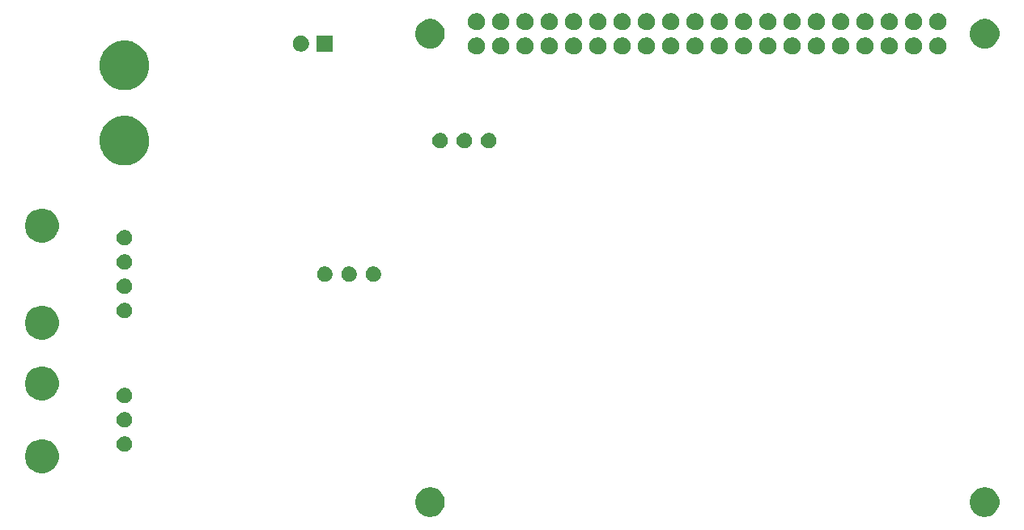
<source format=gbr>
G04 #@! TF.GenerationSoftware,KiCad,Pcbnew,(5.1.4)-1*
G04 #@! TF.CreationDate,2020-11-03T16:52:14-06:00*
G04 #@! TF.ProjectId,RaspberryPiBreakout_Hardware,52617370-6265-4727-9279-506942726561,rev?*
G04 #@! TF.SameCoordinates,Original*
G04 #@! TF.FileFunction,Soldermask,Bot*
G04 #@! TF.FilePolarity,Negative*
%FSLAX46Y46*%
G04 Gerber Fmt 4.6, Leading zero omitted, Abs format (unit mm)*
G04 Created by KiCad (PCBNEW (5.1.4)-1) date 2020-11-03 16:52:14*
%MOMM*%
%LPD*%
G04 APERTURE LIST*
%ADD10C,0.100000*%
G04 APERTURE END LIST*
D10*
G36*
X176622585Y-125202802D02*
G01*
X176772410Y-125232604D01*
X177054674Y-125349521D01*
X177308705Y-125519259D01*
X177524741Y-125735295D01*
X177694479Y-125989326D01*
X177811396Y-126271590D01*
X177871000Y-126571240D01*
X177871000Y-126876760D01*
X177811396Y-127176410D01*
X177694479Y-127458674D01*
X177524741Y-127712705D01*
X177308705Y-127928741D01*
X177054674Y-128098479D01*
X176772410Y-128215396D01*
X176622585Y-128245198D01*
X176472761Y-128275000D01*
X176167239Y-128275000D01*
X176017415Y-128245198D01*
X175867590Y-128215396D01*
X175585326Y-128098479D01*
X175331295Y-127928741D01*
X175115259Y-127712705D01*
X174945521Y-127458674D01*
X174828604Y-127176410D01*
X174769000Y-126876760D01*
X174769000Y-126571240D01*
X174828604Y-126271590D01*
X174945521Y-125989326D01*
X175115259Y-125735295D01*
X175331295Y-125519259D01*
X175585326Y-125349521D01*
X175867590Y-125232604D01*
X176017415Y-125202802D01*
X176167239Y-125173000D01*
X176472761Y-125173000D01*
X176622585Y-125202802D01*
X176622585Y-125202802D01*
G37*
G36*
X118622585Y-125202802D02*
G01*
X118772410Y-125232604D01*
X119054674Y-125349521D01*
X119308705Y-125519259D01*
X119524741Y-125735295D01*
X119694479Y-125989326D01*
X119811396Y-126271590D01*
X119871000Y-126571240D01*
X119871000Y-126876760D01*
X119811396Y-127176410D01*
X119694479Y-127458674D01*
X119524741Y-127712705D01*
X119308705Y-127928741D01*
X119054674Y-128098479D01*
X118772410Y-128215396D01*
X118622585Y-128245198D01*
X118472761Y-128275000D01*
X118167239Y-128275000D01*
X118017415Y-128245198D01*
X117867590Y-128215396D01*
X117585326Y-128098479D01*
X117331295Y-127928741D01*
X117115259Y-127712705D01*
X116945521Y-127458674D01*
X116828604Y-127176410D01*
X116769000Y-126876760D01*
X116769000Y-126571240D01*
X116828604Y-126271590D01*
X116945521Y-125989326D01*
X117115259Y-125735295D01*
X117331295Y-125519259D01*
X117585326Y-125349521D01*
X117867590Y-125232604D01*
X118017415Y-125202802D01*
X118167239Y-125173000D01*
X118472761Y-125173000D01*
X118622585Y-125202802D01*
X118622585Y-125202802D01*
G37*
G36*
X78242039Y-120212250D02*
G01*
X78431372Y-120290675D01*
X78565251Y-120346129D01*
X78856134Y-120540491D01*
X79103509Y-120787866D01*
X79297871Y-121078749D01*
X79297871Y-121078750D01*
X79431750Y-121401961D01*
X79500000Y-121745078D01*
X79500000Y-122094922D01*
X79431750Y-122438039D01*
X79353325Y-122627372D01*
X79297871Y-122761251D01*
X79103509Y-123052134D01*
X78856134Y-123299509D01*
X78565251Y-123493871D01*
X78431372Y-123549325D01*
X78242039Y-123627750D01*
X77898922Y-123696000D01*
X77549078Y-123696000D01*
X77205961Y-123627750D01*
X77016628Y-123549325D01*
X76882749Y-123493871D01*
X76591866Y-123299509D01*
X76344491Y-123052134D01*
X76150129Y-122761251D01*
X76094675Y-122627372D01*
X76016250Y-122438039D01*
X75948000Y-122094922D01*
X75948000Y-121745078D01*
X76016250Y-121401961D01*
X76150129Y-121078750D01*
X76150129Y-121078749D01*
X76344491Y-120787866D01*
X76591866Y-120540491D01*
X76882749Y-120346129D01*
X77016628Y-120290675D01*
X77205961Y-120212250D01*
X77549078Y-120144000D01*
X77898922Y-120144000D01*
X78242039Y-120212250D01*
X78242039Y-120212250D01*
G37*
G36*
X86597142Y-119868242D02*
G01*
X86745101Y-119929529D01*
X86878255Y-120018499D01*
X86991501Y-120131745D01*
X87080471Y-120264899D01*
X87141758Y-120412858D01*
X87173000Y-120569925D01*
X87173000Y-120730075D01*
X87141758Y-120887142D01*
X87080471Y-121035101D01*
X86991501Y-121168255D01*
X86878255Y-121281501D01*
X86745101Y-121370471D01*
X86597142Y-121431758D01*
X86440075Y-121463000D01*
X86279925Y-121463000D01*
X86122858Y-121431758D01*
X85974899Y-121370471D01*
X85841745Y-121281501D01*
X85728499Y-121168255D01*
X85639529Y-121035101D01*
X85578242Y-120887142D01*
X85547000Y-120730075D01*
X85547000Y-120569925D01*
X85578242Y-120412858D01*
X85639529Y-120264899D01*
X85728499Y-120131745D01*
X85841745Y-120018499D01*
X85974899Y-119929529D01*
X86122858Y-119868242D01*
X86279925Y-119837000D01*
X86440075Y-119837000D01*
X86597142Y-119868242D01*
X86597142Y-119868242D01*
G37*
G36*
X86597142Y-117328242D02*
G01*
X86745101Y-117389529D01*
X86878255Y-117478499D01*
X86991501Y-117591745D01*
X87080471Y-117724899D01*
X87141758Y-117872858D01*
X87173000Y-118029925D01*
X87173000Y-118190075D01*
X87141758Y-118347142D01*
X87080471Y-118495101D01*
X86991501Y-118628255D01*
X86878255Y-118741501D01*
X86745101Y-118830471D01*
X86597142Y-118891758D01*
X86440075Y-118923000D01*
X86279925Y-118923000D01*
X86122858Y-118891758D01*
X85974899Y-118830471D01*
X85841745Y-118741501D01*
X85728499Y-118628255D01*
X85639529Y-118495101D01*
X85578242Y-118347142D01*
X85547000Y-118190075D01*
X85547000Y-118029925D01*
X85578242Y-117872858D01*
X85639529Y-117724899D01*
X85728499Y-117591745D01*
X85841745Y-117478499D01*
X85974899Y-117389529D01*
X86122858Y-117328242D01*
X86279925Y-117297000D01*
X86440075Y-117297000D01*
X86597142Y-117328242D01*
X86597142Y-117328242D01*
G37*
G36*
X86597142Y-114788242D02*
G01*
X86745101Y-114849529D01*
X86878255Y-114938499D01*
X86991501Y-115051745D01*
X87080471Y-115184899D01*
X87141758Y-115332858D01*
X87173000Y-115489925D01*
X87173000Y-115650075D01*
X87141758Y-115807142D01*
X87080471Y-115955101D01*
X86991501Y-116088255D01*
X86878255Y-116201501D01*
X86745101Y-116290471D01*
X86597142Y-116351758D01*
X86440075Y-116383000D01*
X86279925Y-116383000D01*
X86122858Y-116351758D01*
X85974899Y-116290471D01*
X85841745Y-116201501D01*
X85728499Y-116088255D01*
X85639529Y-115955101D01*
X85578242Y-115807142D01*
X85547000Y-115650075D01*
X85547000Y-115489925D01*
X85578242Y-115332858D01*
X85639529Y-115184899D01*
X85728499Y-115051745D01*
X85841745Y-114938499D01*
X85974899Y-114849529D01*
X86122858Y-114788242D01*
X86279925Y-114757000D01*
X86440075Y-114757000D01*
X86597142Y-114788242D01*
X86597142Y-114788242D01*
G37*
G36*
X78242039Y-112592250D02*
G01*
X78431372Y-112670675D01*
X78565251Y-112726129D01*
X78856134Y-112920491D01*
X79103509Y-113167866D01*
X79297871Y-113458749D01*
X79297871Y-113458750D01*
X79431750Y-113781961D01*
X79500000Y-114125078D01*
X79500000Y-114474922D01*
X79431750Y-114818039D01*
X79381853Y-114938501D01*
X79297871Y-115141251D01*
X79103509Y-115432134D01*
X78856134Y-115679509D01*
X78565251Y-115873871D01*
X78431372Y-115929325D01*
X78242039Y-116007750D01*
X77898922Y-116076000D01*
X77549078Y-116076000D01*
X77205961Y-116007750D01*
X77016628Y-115929325D01*
X76882749Y-115873871D01*
X76591866Y-115679509D01*
X76344491Y-115432134D01*
X76150129Y-115141251D01*
X76066147Y-114938501D01*
X76016250Y-114818039D01*
X75948000Y-114474922D01*
X75948000Y-114125078D01*
X76016250Y-113781961D01*
X76150129Y-113458750D01*
X76150129Y-113458749D01*
X76344491Y-113167866D01*
X76591866Y-112920491D01*
X76882749Y-112726129D01*
X77016628Y-112670675D01*
X77205961Y-112592250D01*
X77549078Y-112524000D01*
X77898922Y-112524000D01*
X78242039Y-112592250D01*
X78242039Y-112592250D01*
G37*
G36*
X78242039Y-106242250D02*
G01*
X78431372Y-106320675D01*
X78565251Y-106376129D01*
X78856134Y-106570491D01*
X79103509Y-106817866D01*
X79297871Y-107108749D01*
X79297871Y-107108750D01*
X79431750Y-107431961D01*
X79500000Y-107775078D01*
X79500000Y-108124922D01*
X79431750Y-108468039D01*
X79353325Y-108657372D01*
X79297871Y-108791251D01*
X79103509Y-109082134D01*
X78856134Y-109329509D01*
X78565251Y-109523871D01*
X78431372Y-109579325D01*
X78242039Y-109657750D01*
X77898922Y-109726000D01*
X77549078Y-109726000D01*
X77205961Y-109657750D01*
X77016628Y-109579325D01*
X76882749Y-109523871D01*
X76591866Y-109329509D01*
X76344491Y-109082134D01*
X76150129Y-108791251D01*
X76094675Y-108657372D01*
X76016250Y-108468039D01*
X75948000Y-108124922D01*
X75948000Y-107775078D01*
X76016250Y-107431961D01*
X76150129Y-107108750D01*
X76150129Y-107108749D01*
X76344491Y-106817866D01*
X76591866Y-106570491D01*
X76882749Y-106376129D01*
X77016628Y-106320675D01*
X77205961Y-106242250D01*
X77549078Y-106174000D01*
X77898922Y-106174000D01*
X78242039Y-106242250D01*
X78242039Y-106242250D01*
G37*
G36*
X86597142Y-105898242D02*
G01*
X86745101Y-105959529D01*
X86878255Y-106048499D01*
X86991501Y-106161745D01*
X87080471Y-106294899D01*
X87141758Y-106442858D01*
X87173000Y-106599925D01*
X87173000Y-106760075D01*
X87141758Y-106917142D01*
X87080471Y-107065101D01*
X86991501Y-107198255D01*
X86878255Y-107311501D01*
X86745101Y-107400471D01*
X86597142Y-107461758D01*
X86440075Y-107493000D01*
X86279925Y-107493000D01*
X86122858Y-107461758D01*
X85974899Y-107400471D01*
X85841745Y-107311501D01*
X85728499Y-107198255D01*
X85639529Y-107065101D01*
X85578242Y-106917142D01*
X85547000Y-106760075D01*
X85547000Y-106599925D01*
X85578242Y-106442858D01*
X85639529Y-106294899D01*
X85728499Y-106161745D01*
X85841745Y-106048499D01*
X85974899Y-105959529D01*
X86122858Y-105898242D01*
X86279925Y-105867000D01*
X86440075Y-105867000D01*
X86597142Y-105898242D01*
X86597142Y-105898242D01*
G37*
G36*
X86597142Y-103358242D02*
G01*
X86745101Y-103419529D01*
X86878255Y-103508499D01*
X86991501Y-103621745D01*
X87080471Y-103754899D01*
X87141758Y-103902858D01*
X87173000Y-104059925D01*
X87173000Y-104220075D01*
X87141758Y-104377142D01*
X87080471Y-104525101D01*
X86991501Y-104658255D01*
X86878255Y-104771501D01*
X86745101Y-104860471D01*
X86597142Y-104921758D01*
X86440075Y-104953000D01*
X86279925Y-104953000D01*
X86122858Y-104921758D01*
X85974899Y-104860471D01*
X85841745Y-104771501D01*
X85728499Y-104658255D01*
X85639529Y-104525101D01*
X85578242Y-104377142D01*
X85547000Y-104220075D01*
X85547000Y-104059925D01*
X85578242Y-103902858D01*
X85639529Y-103754899D01*
X85728499Y-103621745D01*
X85841745Y-103508499D01*
X85974899Y-103419529D01*
X86122858Y-103358242D01*
X86279925Y-103327000D01*
X86440075Y-103327000D01*
X86597142Y-103358242D01*
X86597142Y-103358242D01*
G37*
G36*
X112632142Y-102088242D02*
G01*
X112780101Y-102149529D01*
X112913255Y-102238499D01*
X113026501Y-102351745D01*
X113115471Y-102484899D01*
X113176758Y-102632858D01*
X113208000Y-102789925D01*
X113208000Y-102950075D01*
X113176758Y-103107142D01*
X113115471Y-103255101D01*
X113026501Y-103388255D01*
X112913255Y-103501501D01*
X112780101Y-103590471D01*
X112632142Y-103651758D01*
X112475075Y-103683000D01*
X112314925Y-103683000D01*
X112157858Y-103651758D01*
X112009899Y-103590471D01*
X111876745Y-103501501D01*
X111763499Y-103388255D01*
X111674529Y-103255101D01*
X111613242Y-103107142D01*
X111582000Y-102950075D01*
X111582000Y-102789925D01*
X111613242Y-102632858D01*
X111674529Y-102484899D01*
X111763499Y-102351745D01*
X111876745Y-102238499D01*
X112009899Y-102149529D01*
X112157858Y-102088242D01*
X112314925Y-102057000D01*
X112475075Y-102057000D01*
X112632142Y-102088242D01*
X112632142Y-102088242D01*
G37*
G36*
X107552142Y-102088242D02*
G01*
X107700101Y-102149529D01*
X107833255Y-102238499D01*
X107946501Y-102351745D01*
X108035471Y-102484899D01*
X108096758Y-102632858D01*
X108128000Y-102789925D01*
X108128000Y-102950075D01*
X108096758Y-103107142D01*
X108035471Y-103255101D01*
X107946501Y-103388255D01*
X107833255Y-103501501D01*
X107700101Y-103590471D01*
X107552142Y-103651758D01*
X107395075Y-103683000D01*
X107234925Y-103683000D01*
X107077858Y-103651758D01*
X106929899Y-103590471D01*
X106796745Y-103501501D01*
X106683499Y-103388255D01*
X106594529Y-103255101D01*
X106533242Y-103107142D01*
X106502000Y-102950075D01*
X106502000Y-102789925D01*
X106533242Y-102632858D01*
X106594529Y-102484899D01*
X106683499Y-102351745D01*
X106796745Y-102238499D01*
X106929899Y-102149529D01*
X107077858Y-102088242D01*
X107234925Y-102057000D01*
X107395075Y-102057000D01*
X107552142Y-102088242D01*
X107552142Y-102088242D01*
G37*
G36*
X110092142Y-102088242D02*
G01*
X110240101Y-102149529D01*
X110373255Y-102238499D01*
X110486501Y-102351745D01*
X110575471Y-102484899D01*
X110636758Y-102632858D01*
X110668000Y-102789925D01*
X110668000Y-102950075D01*
X110636758Y-103107142D01*
X110575471Y-103255101D01*
X110486501Y-103388255D01*
X110373255Y-103501501D01*
X110240101Y-103590471D01*
X110092142Y-103651758D01*
X109935075Y-103683000D01*
X109774925Y-103683000D01*
X109617858Y-103651758D01*
X109469899Y-103590471D01*
X109336745Y-103501501D01*
X109223499Y-103388255D01*
X109134529Y-103255101D01*
X109073242Y-103107142D01*
X109042000Y-102950075D01*
X109042000Y-102789925D01*
X109073242Y-102632858D01*
X109134529Y-102484899D01*
X109223499Y-102351745D01*
X109336745Y-102238499D01*
X109469899Y-102149529D01*
X109617858Y-102088242D01*
X109774925Y-102057000D01*
X109935075Y-102057000D01*
X110092142Y-102088242D01*
X110092142Y-102088242D01*
G37*
G36*
X86597142Y-100818242D02*
G01*
X86745101Y-100879529D01*
X86878255Y-100968499D01*
X86991501Y-101081745D01*
X87080471Y-101214899D01*
X87141758Y-101362858D01*
X87173000Y-101519925D01*
X87173000Y-101680075D01*
X87141758Y-101837142D01*
X87080471Y-101985101D01*
X86991501Y-102118255D01*
X86878255Y-102231501D01*
X86745101Y-102320471D01*
X86597142Y-102381758D01*
X86440075Y-102413000D01*
X86279925Y-102413000D01*
X86122858Y-102381758D01*
X85974899Y-102320471D01*
X85841745Y-102231501D01*
X85728499Y-102118255D01*
X85639529Y-101985101D01*
X85578242Y-101837142D01*
X85547000Y-101680075D01*
X85547000Y-101519925D01*
X85578242Y-101362858D01*
X85639529Y-101214899D01*
X85728499Y-101081745D01*
X85841745Y-100968499D01*
X85974899Y-100879529D01*
X86122858Y-100818242D01*
X86279925Y-100787000D01*
X86440075Y-100787000D01*
X86597142Y-100818242D01*
X86597142Y-100818242D01*
G37*
G36*
X86597142Y-98278242D02*
G01*
X86745101Y-98339529D01*
X86878255Y-98428499D01*
X86991501Y-98541745D01*
X87080471Y-98674899D01*
X87141758Y-98822858D01*
X87173000Y-98979925D01*
X87173000Y-99140075D01*
X87141758Y-99297142D01*
X87080471Y-99445101D01*
X86991501Y-99578255D01*
X86878255Y-99691501D01*
X86745101Y-99780471D01*
X86597142Y-99841758D01*
X86440075Y-99873000D01*
X86279925Y-99873000D01*
X86122858Y-99841758D01*
X85974899Y-99780471D01*
X85841745Y-99691501D01*
X85728499Y-99578255D01*
X85639529Y-99445101D01*
X85578242Y-99297142D01*
X85547000Y-99140075D01*
X85547000Y-98979925D01*
X85578242Y-98822858D01*
X85639529Y-98674899D01*
X85728499Y-98541745D01*
X85841745Y-98428499D01*
X85974899Y-98339529D01*
X86122858Y-98278242D01*
X86279925Y-98247000D01*
X86440075Y-98247000D01*
X86597142Y-98278242D01*
X86597142Y-98278242D01*
G37*
G36*
X78242039Y-96082250D02*
G01*
X78431372Y-96160675D01*
X78565251Y-96216129D01*
X78856134Y-96410491D01*
X79103509Y-96657866D01*
X79297871Y-96948749D01*
X79297871Y-96948750D01*
X79431750Y-97271961D01*
X79500000Y-97615078D01*
X79500000Y-97964922D01*
X79431750Y-98308039D01*
X79381853Y-98428501D01*
X79297871Y-98631251D01*
X79103509Y-98922134D01*
X78856134Y-99169509D01*
X78565251Y-99363871D01*
X78431372Y-99419325D01*
X78242039Y-99497750D01*
X77898922Y-99566000D01*
X77549078Y-99566000D01*
X77205961Y-99497750D01*
X77016628Y-99419325D01*
X76882749Y-99363871D01*
X76591866Y-99169509D01*
X76344491Y-98922134D01*
X76150129Y-98631251D01*
X76066147Y-98428501D01*
X76016250Y-98308039D01*
X75948000Y-97964922D01*
X75948000Y-97615078D01*
X76016250Y-97271961D01*
X76150129Y-96948750D01*
X76150129Y-96948749D01*
X76344491Y-96657866D01*
X76591866Y-96410491D01*
X76882749Y-96216129D01*
X77016628Y-96160675D01*
X77205961Y-96082250D01*
X77549078Y-96014000D01*
X77898922Y-96014000D01*
X78242039Y-96082250D01*
X78242039Y-96082250D01*
G37*
G36*
X86948908Y-86375380D02*
G01*
X87115767Y-86408570D01*
X87587299Y-86603885D01*
X87830029Y-86766073D01*
X88011666Y-86887438D01*
X88372562Y-87248334D01*
X88493927Y-87429971D01*
X88656115Y-87672701D01*
X88851430Y-88144233D01*
X88851430Y-88144234D01*
X88951000Y-88644807D01*
X88951000Y-89155193D01*
X88898674Y-89418255D01*
X88851430Y-89655767D01*
X88656115Y-90127299D01*
X88493927Y-90370029D01*
X88372562Y-90551666D01*
X88011666Y-90912562D01*
X87830029Y-91033927D01*
X87587299Y-91196115D01*
X87115767Y-91391430D01*
X86948908Y-91424620D01*
X86615193Y-91491000D01*
X86104807Y-91491000D01*
X85771092Y-91424620D01*
X85604233Y-91391430D01*
X85132701Y-91196115D01*
X84889971Y-91033927D01*
X84708334Y-90912562D01*
X84347438Y-90551666D01*
X84226073Y-90370029D01*
X84063885Y-90127299D01*
X83868570Y-89655767D01*
X83821326Y-89418255D01*
X83769000Y-89155193D01*
X83769000Y-88644807D01*
X83868570Y-88144234D01*
X83868570Y-88144233D01*
X84063885Y-87672701D01*
X84226073Y-87429971D01*
X84347438Y-87248334D01*
X84708334Y-86887438D01*
X84889971Y-86766073D01*
X85132701Y-86603885D01*
X85604233Y-86408570D01*
X85771092Y-86375380D01*
X86104807Y-86309000D01*
X86615193Y-86309000D01*
X86948908Y-86375380D01*
X86948908Y-86375380D01*
G37*
G36*
X124697142Y-88118242D02*
G01*
X124845101Y-88179529D01*
X124978255Y-88268499D01*
X125091501Y-88381745D01*
X125180471Y-88514899D01*
X125241758Y-88662858D01*
X125273000Y-88819925D01*
X125273000Y-88980075D01*
X125241758Y-89137142D01*
X125180471Y-89285101D01*
X125091501Y-89418255D01*
X124978255Y-89531501D01*
X124845101Y-89620471D01*
X124697142Y-89681758D01*
X124540075Y-89713000D01*
X124379925Y-89713000D01*
X124222858Y-89681758D01*
X124074899Y-89620471D01*
X123941745Y-89531501D01*
X123828499Y-89418255D01*
X123739529Y-89285101D01*
X123678242Y-89137142D01*
X123647000Y-88980075D01*
X123647000Y-88819925D01*
X123678242Y-88662858D01*
X123739529Y-88514899D01*
X123828499Y-88381745D01*
X123941745Y-88268499D01*
X124074899Y-88179529D01*
X124222858Y-88118242D01*
X124379925Y-88087000D01*
X124540075Y-88087000D01*
X124697142Y-88118242D01*
X124697142Y-88118242D01*
G37*
G36*
X122157142Y-88118242D02*
G01*
X122305101Y-88179529D01*
X122438255Y-88268499D01*
X122551501Y-88381745D01*
X122640471Y-88514899D01*
X122701758Y-88662858D01*
X122733000Y-88819925D01*
X122733000Y-88980075D01*
X122701758Y-89137142D01*
X122640471Y-89285101D01*
X122551501Y-89418255D01*
X122438255Y-89531501D01*
X122305101Y-89620471D01*
X122157142Y-89681758D01*
X122000075Y-89713000D01*
X121839925Y-89713000D01*
X121682858Y-89681758D01*
X121534899Y-89620471D01*
X121401745Y-89531501D01*
X121288499Y-89418255D01*
X121199529Y-89285101D01*
X121138242Y-89137142D01*
X121107000Y-88980075D01*
X121107000Y-88819925D01*
X121138242Y-88662858D01*
X121199529Y-88514899D01*
X121288499Y-88381745D01*
X121401745Y-88268499D01*
X121534899Y-88179529D01*
X121682858Y-88118242D01*
X121839925Y-88087000D01*
X122000075Y-88087000D01*
X122157142Y-88118242D01*
X122157142Y-88118242D01*
G37*
G36*
X119617142Y-88118242D02*
G01*
X119765101Y-88179529D01*
X119898255Y-88268499D01*
X120011501Y-88381745D01*
X120100471Y-88514899D01*
X120161758Y-88662858D01*
X120193000Y-88819925D01*
X120193000Y-88980075D01*
X120161758Y-89137142D01*
X120100471Y-89285101D01*
X120011501Y-89418255D01*
X119898255Y-89531501D01*
X119765101Y-89620471D01*
X119617142Y-89681758D01*
X119460075Y-89713000D01*
X119299925Y-89713000D01*
X119142858Y-89681758D01*
X118994899Y-89620471D01*
X118861745Y-89531501D01*
X118748499Y-89418255D01*
X118659529Y-89285101D01*
X118598242Y-89137142D01*
X118567000Y-88980075D01*
X118567000Y-88819925D01*
X118598242Y-88662858D01*
X118659529Y-88514899D01*
X118748499Y-88381745D01*
X118861745Y-88268499D01*
X118994899Y-88179529D01*
X119142858Y-88118242D01*
X119299925Y-88087000D01*
X119460075Y-88087000D01*
X119617142Y-88118242D01*
X119617142Y-88118242D01*
G37*
G36*
X86948908Y-78501380D02*
G01*
X87115767Y-78534570D01*
X87587299Y-78729885D01*
X87830029Y-78892073D01*
X88011666Y-79013438D01*
X88372562Y-79374334D01*
X88493927Y-79555971D01*
X88656115Y-79798701D01*
X88851430Y-80270233D01*
X88951000Y-80770809D01*
X88951000Y-81281191D01*
X88851430Y-81781767D01*
X88656115Y-82253299D01*
X88493927Y-82496029D01*
X88372562Y-82677666D01*
X88011666Y-83038562D01*
X87830029Y-83159927D01*
X87587299Y-83322115D01*
X87115767Y-83517430D01*
X86948908Y-83550620D01*
X86615193Y-83617000D01*
X86104807Y-83617000D01*
X85771092Y-83550620D01*
X85604233Y-83517430D01*
X85132701Y-83322115D01*
X84889971Y-83159927D01*
X84708334Y-83038562D01*
X84347438Y-82677666D01*
X84226073Y-82496029D01*
X84063885Y-82253299D01*
X83868570Y-81781767D01*
X83769000Y-81281191D01*
X83769000Y-80770809D01*
X83868570Y-80270233D01*
X84063885Y-79798701D01*
X84226073Y-79555971D01*
X84347438Y-79374334D01*
X84708334Y-79013438D01*
X84889971Y-78892073D01*
X85132701Y-78729885D01*
X85604233Y-78534570D01*
X85771092Y-78501380D01*
X86104807Y-78435000D01*
X86615193Y-78435000D01*
X86948908Y-78501380D01*
X86948908Y-78501380D01*
G37*
G36*
X171563512Y-78097927D02*
G01*
X171712812Y-78127624D01*
X171876784Y-78195544D01*
X172024354Y-78294147D01*
X172149853Y-78419646D01*
X172248456Y-78567216D01*
X172316376Y-78731188D01*
X172351000Y-78905259D01*
X172351000Y-79082741D01*
X172316376Y-79256812D01*
X172248456Y-79420784D01*
X172149853Y-79568354D01*
X172024354Y-79693853D01*
X171876784Y-79792456D01*
X171712812Y-79860376D01*
X171563512Y-79890073D01*
X171538742Y-79895000D01*
X171361258Y-79895000D01*
X171336488Y-79890073D01*
X171187188Y-79860376D01*
X171023216Y-79792456D01*
X170875646Y-79693853D01*
X170750147Y-79568354D01*
X170651544Y-79420784D01*
X170583624Y-79256812D01*
X170549000Y-79082741D01*
X170549000Y-78905259D01*
X170583624Y-78731188D01*
X170651544Y-78567216D01*
X170750147Y-78419646D01*
X170875646Y-78294147D01*
X171023216Y-78195544D01*
X171187188Y-78127624D01*
X171336488Y-78097927D01*
X171361258Y-78093000D01*
X171538742Y-78093000D01*
X171563512Y-78097927D01*
X171563512Y-78097927D01*
G37*
G36*
X169023512Y-78097927D02*
G01*
X169172812Y-78127624D01*
X169336784Y-78195544D01*
X169484354Y-78294147D01*
X169609853Y-78419646D01*
X169708456Y-78567216D01*
X169776376Y-78731188D01*
X169811000Y-78905259D01*
X169811000Y-79082741D01*
X169776376Y-79256812D01*
X169708456Y-79420784D01*
X169609853Y-79568354D01*
X169484354Y-79693853D01*
X169336784Y-79792456D01*
X169172812Y-79860376D01*
X169023512Y-79890073D01*
X168998742Y-79895000D01*
X168821258Y-79895000D01*
X168796488Y-79890073D01*
X168647188Y-79860376D01*
X168483216Y-79792456D01*
X168335646Y-79693853D01*
X168210147Y-79568354D01*
X168111544Y-79420784D01*
X168043624Y-79256812D01*
X168009000Y-79082741D01*
X168009000Y-78905259D01*
X168043624Y-78731188D01*
X168111544Y-78567216D01*
X168210147Y-78419646D01*
X168335646Y-78294147D01*
X168483216Y-78195544D01*
X168647188Y-78127624D01*
X168796488Y-78097927D01*
X168821258Y-78093000D01*
X168998742Y-78093000D01*
X169023512Y-78097927D01*
X169023512Y-78097927D01*
G37*
G36*
X166483512Y-78097927D02*
G01*
X166632812Y-78127624D01*
X166796784Y-78195544D01*
X166944354Y-78294147D01*
X167069853Y-78419646D01*
X167168456Y-78567216D01*
X167236376Y-78731188D01*
X167271000Y-78905259D01*
X167271000Y-79082741D01*
X167236376Y-79256812D01*
X167168456Y-79420784D01*
X167069853Y-79568354D01*
X166944354Y-79693853D01*
X166796784Y-79792456D01*
X166632812Y-79860376D01*
X166483512Y-79890073D01*
X166458742Y-79895000D01*
X166281258Y-79895000D01*
X166256488Y-79890073D01*
X166107188Y-79860376D01*
X165943216Y-79792456D01*
X165795646Y-79693853D01*
X165670147Y-79568354D01*
X165571544Y-79420784D01*
X165503624Y-79256812D01*
X165469000Y-79082741D01*
X165469000Y-78905259D01*
X165503624Y-78731188D01*
X165571544Y-78567216D01*
X165670147Y-78419646D01*
X165795646Y-78294147D01*
X165943216Y-78195544D01*
X166107188Y-78127624D01*
X166256488Y-78097927D01*
X166281258Y-78093000D01*
X166458742Y-78093000D01*
X166483512Y-78097927D01*
X166483512Y-78097927D01*
G37*
G36*
X123303512Y-78097927D02*
G01*
X123452812Y-78127624D01*
X123616784Y-78195544D01*
X123764354Y-78294147D01*
X123889853Y-78419646D01*
X123988456Y-78567216D01*
X124056376Y-78731188D01*
X124091000Y-78905259D01*
X124091000Y-79082741D01*
X124056376Y-79256812D01*
X123988456Y-79420784D01*
X123889853Y-79568354D01*
X123764354Y-79693853D01*
X123616784Y-79792456D01*
X123452812Y-79860376D01*
X123303512Y-79890073D01*
X123278742Y-79895000D01*
X123101258Y-79895000D01*
X123076488Y-79890073D01*
X122927188Y-79860376D01*
X122763216Y-79792456D01*
X122615646Y-79693853D01*
X122490147Y-79568354D01*
X122391544Y-79420784D01*
X122323624Y-79256812D01*
X122289000Y-79082741D01*
X122289000Y-78905259D01*
X122323624Y-78731188D01*
X122391544Y-78567216D01*
X122490147Y-78419646D01*
X122615646Y-78294147D01*
X122763216Y-78195544D01*
X122927188Y-78127624D01*
X123076488Y-78097927D01*
X123101258Y-78093000D01*
X123278742Y-78093000D01*
X123303512Y-78097927D01*
X123303512Y-78097927D01*
G37*
G36*
X125843512Y-78097927D02*
G01*
X125992812Y-78127624D01*
X126156784Y-78195544D01*
X126304354Y-78294147D01*
X126429853Y-78419646D01*
X126528456Y-78567216D01*
X126596376Y-78731188D01*
X126631000Y-78905259D01*
X126631000Y-79082741D01*
X126596376Y-79256812D01*
X126528456Y-79420784D01*
X126429853Y-79568354D01*
X126304354Y-79693853D01*
X126156784Y-79792456D01*
X125992812Y-79860376D01*
X125843512Y-79890073D01*
X125818742Y-79895000D01*
X125641258Y-79895000D01*
X125616488Y-79890073D01*
X125467188Y-79860376D01*
X125303216Y-79792456D01*
X125155646Y-79693853D01*
X125030147Y-79568354D01*
X124931544Y-79420784D01*
X124863624Y-79256812D01*
X124829000Y-79082741D01*
X124829000Y-78905259D01*
X124863624Y-78731188D01*
X124931544Y-78567216D01*
X125030147Y-78419646D01*
X125155646Y-78294147D01*
X125303216Y-78195544D01*
X125467188Y-78127624D01*
X125616488Y-78097927D01*
X125641258Y-78093000D01*
X125818742Y-78093000D01*
X125843512Y-78097927D01*
X125843512Y-78097927D01*
G37*
G36*
X161403512Y-78097927D02*
G01*
X161552812Y-78127624D01*
X161716784Y-78195544D01*
X161864354Y-78294147D01*
X161989853Y-78419646D01*
X162088456Y-78567216D01*
X162156376Y-78731188D01*
X162191000Y-78905259D01*
X162191000Y-79082741D01*
X162156376Y-79256812D01*
X162088456Y-79420784D01*
X161989853Y-79568354D01*
X161864354Y-79693853D01*
X161716784Y-79792456D01*
X161552812Y-79860376D01*
X161403512Y-79890073D01*
X161378742Y-79895000D01*
X161201258Y-79895000D01*
X161176488Y-79890073D01*
X161027188Y-79860376D01*
X160863216Y-79792456D01*
X160715646Y-79693853D01*
X160590147Y-79568354D01*
X160491544Y-79420784D01*
X160423624Y-79256812D01*
X160389000Y-79082741D01*
X160389000Y-78905259D01*
X160423624Y-78731188D01*
X160491544Y-78567216D01*
X160590147Y-78419646D01*
X160715646Y-78294147D01*
X160863216Y-78195544D01*
X161027188Y-78127624D01*
X161176488Y-78097927D01*
X161201258Y-78093000D01*
X161378742Y-78093000D01*
X161403512Y-78097927D01*
X161403512Y-78097927D01*
G37*
G36*
X158863512Y-78097927D02*
G01*
X159012812Y-78127624D01*
X159176784Y-78195544D01*
X159324354Y-78294147D01*
X159449853Y-78419646D01*
X159548456Y-78567216D01*
X159616376Y-78731188D01*
X159651000Y-78905259D01*
X159651000Y-79082741D01*
X159616376Y-79256812D01*
X159548456Y-79420784D01*
X159449853Y-79568354D01*
X159324354Y-79693853D01*
X159176784Y-79792456D01*
X159012812Y-79860376D01*
X158863512Y-79890073D01*
X158838742Y-79895000D01*
X158661258Y-79895000D01*
X158636488Y-79890073D01*
X158487188Y-79860376D01*
X158323216Y-79792456D01*
X158175646Y-79693853D01*
X158050147Y-79568354D01*
X157951544Y-79420784D01*
X157883624Y-79256812D01*
X157849000Y-79082741D01*
X157849000Y-78905259D01*
X157883624Y-78731188D01*
X157951544Y-78567216D01*
X158050147Y-78419646D01*
X158175646Y-78294147D01*
X158323216Y-78195544D01*
X158487188Y-78127624D01*
X158636488Y-78097927D01*
X158661258Y-78093000D01*
X158838742Y-78093000D01*
X158863512Y-78097927D01*
X158863512Y-78097927D01*
G37*
G36*
X156323512Y-78097927D02*
G01*
X156472812Y-78127624D01*
X156636784Y-78195544D01*
X156784354Y-78294147D01*
X156909853Y-78419646D01*
X157008456Y-78567216D01*
X157076376Y-78731188D01*
X157111000Y-78905259D01*
X157111000Y-79082741D01*
X157076376Y-79256812D01*
X157008456Y-79420784D01*
X156909853Y-79568354D01*
X156784354Y-79693853D01*
X156636784Y-79792456D01*
X156472812Y-79860376D01*
X156323512Y-79890073D01*
X156298742Y-79895000D01*
X156121258Y-79895000D01*
X156096488Y-79890073D01*
X155947188Y-79860376D01*
X155783216Y-79792456D01*
X155635646Y-79693853D01*
X155510147Y-79568354D01*
X155411544Y-79420784D01*
X155343624Y-79256812D01*
X155309000Y-79082741D01*
X155309000Y-78905259D01*
X155343624Y-78731188D01*
X155411544Y-78567216D01*
X155510147Y-78419646D01*
X155635646Y-78294147D01*
X155783216Y-78195544D01*
X155947188Y-78127624D01*
X156096488Y-78097927D01*
X156121258Y-78093000D01*
X156298742Y-78093000D01*
X156323512Y-78097927D01*
X156323512Y-78097927D01*
G37*
G36*
X153783512Y-78097927D02*
G01*
X153932812Y-78127624D01*
X154096784Y-78195544D01*
X154244354Y-78294147D01*
X154369853Y-78419646D01*
X154468456Y-78567216D01*
X154536376Y-78731188D01*
X154571000Y-78905259D01*
X154571000Y-79082741D01*
X154536376Y-79256812D01*
X154468456Y-79420784D01*
X154369853Y-79568354D01*
X154244354Y-79693853D01*
X154096784Y-79792456D01*
X153932812Y-79860376D01*
X153783512Y-79890073D01*
X153758742Y-79895000D01*
X153581258Y-79895000D01*
X153556488Y-79890073D01*
X153407188Y-79860376D01*
X153243216Y-79792456D01*
X153095646Y-79693853D01*
X152970147Y-79568354D01*
X152871544Y-79420784D01*
X152803624Y-79256812D01*
X152769000Y-79082741D01*
X152769000Y-78905259D01*
X152803624Y-78731188D01*
X152871544Y-78567216D01*
X152970147Y-78419646D01*
X153095646Y-78294147D01*
X153243216Y-78195544D01*
X153407188Y-78127624D01*
X153556488Y-78097927D01*
X153581258Y-78093000D01*
X153758742Y-78093000D01*
X153783512Y-78097927D01*
X153783512Y-78097927D01*
G37*
G36*
X151243512Y-78097927D02*
G01*
X151392812Y-78127624D01*
X151556784Y-78195544D01*
X151704354Y-78294147D01*
X151829853Y-78419646D01*
X151928456Y-78567216D01*
X151996376Y-78731188D01*
X152031000Y-78905259D01*
X152031000Y-79082741D01*
X151996376Y-79256812D01*
X151928456Y-79420784D01*
X151829853Y-79568354D01*
X151704354Y-79693853D01*
X151556784Y-79792456D01*
X151392812Y-79860376D01*
X151243512Y-79890073D01*
X151218742Y-79895000D01*
X151041258Y-79895000D01*
X151016488Y-79890073D01*
X150867188Y-79860376D01*
X150703216Y-79792456D01*
X150555646Y-79693853D01*
X150430147Y-79568354D01*
X150331544Y-79420784D01*
X150263624Y-79256812D01*
X150229000Y-79082741D01*
X150229000Y-78905259D01*
X150263624Y-78731188D01*
X150331544Y-78567216D01*
X150430147Y-78419646D01*
X150555646Y-78294147D01*
X150703216Y-78195544D01*
X150867188Y-78127624D01*
X151016488Y-78097927D01*
X151041258Y-78093000D01*
X151218742Y-78093000D01*
X151243512Y-78097927D01*
X151243512Y-78097927D01*
G37*
G36*
X146163512Y-78097927D02*
G01*
X146312812Y-78127624D01*
X146476784Y-78195544D01*
X146624354Y-78294147D01*
X146749853Y-78419646D01*
X146848456Y-78567216D01*
X146916376Y-78731188D01*
X146951000Y-78905259D01*
X146951000Y-79082741D01*
X146916376Y-79256812D01*
X146848456Y-79420784D01*
X146749853Y-79568354D01*
X146624354Y-79693853D01*
X146476784Y-79792456D01*
X146312812Y-79860376D01*
X146163512Y-79890073D01*
X146138742Y-79895000D01*
X145961258Y-79895000D01*
X145936488Y-79890073D01*
X145787188Y-79860376D01*
X145623216Y-79792456D01*
X145475646Y-79693853D01*
X145350147Y-79568354D01*
X145251544Y-79420784D01*
X145183624Y-79256812D01*
X145149000Y-79082741D01*
X145149000Y-78905259D01*
X145183624Y-78731188D01*
X145251544Y-78567216D01*
X145350147Y-78419646D01*
X145475646Y-78294147D01*
X145623216Y-78195544D01*
X145787188Y-78127624D01*
X145936488Y-78097927D01*
X145961258Y-78093000D01*
X146138742Y-78093000D01*
X146163512Y-78097927D01*
X146163512Y-78097927D01*
G37*
G36*
X143623512Y-78097927D02*
G01*
X143772812Y-78127624D01*
X143936784Y-78195544D01*
X144084354Y-78294147D01*
X144209853Y-78419646D01*
X144308456Y-78567216D01*
X144376376Y-78731188D01*
X144411000Y-78905259D01*
X144411000Y-79082741D01*
X144376376Y-79256812D01*
X144308456Y-79420784D01*
X144209853Y-79568354D01*
X144084354Y-79693853D01*
X143936784Y-79792456D01*
X143772812Y-79860376D01*
X143623512Y-79890073D01*
X143598742Y-79895000D01*
X143421258Y-79895000D01*
X143396488Y-79890073D01*
X143247188Y-79860376D01*
X143083216Y-79792456D01*
X142935646Y-79693853D01*
X142810147Y-79568354D01*
X142711544Y-79420784D01*
X142643624Y-79256812D01*
X142609000Y-79082741D01*
X142609000Y-78905259D01*
X142643624Y-78731188D01*
X142711544Y-78567216D01*
X142810147Y-78419646D01*
X142935646Y-78294147D01*
X143083216Y-78195544D01*
X143247188Y-78127624D01*
X143396488Y-78097927D01*
X143421258Y-78093000D01*
X143598742Y-78093000D01*
X143623512Y-78097927D01*
X143623512Y-78097927D01*
G37*
G36*
X141083512Y-78097927D02*
G01*
X141232812Y-78127624D01*
X141396784Y-78195544D01*
X141544354Y-78294147D01*
X141669853Y-78419646D01*
X141768456Y-78567216D01*
X141836376Y-78731188D01*
X141871000Y-78905259D01*
X141871000Y-79082741D01*
X141836376Y-79256812D01*
X141768456Y-79420784D01*
X141669853Y-79568354D01*
X141544354Y-79693853D01*
X141396784Y-79792456D01*
X141232812Y-79860376D01*
X141083512Y-79890073D01*
X141058742Y-79895000D01*
X140881258Y-79895000D01*
X140856488Y-79890073D01*
X140707188Y-79860376D01*
X140543216Y-79792456D01*
X140395646Y-79693853D01*
X140270147Y-79568354D01*
X140171544Y-79420784D01*
X140103624Y-79256812D01*
X140069000Y-79082741D01*
X140069000Y-78905259D01*
X140103624Y-78731188D01*
X140171544Y-78567216D01*
X140270147Y-78419646D01*
X140395646Y-78294147D01*
X140543216Y-78195544D01*
X140707188Y-78127624D01*
X140856488Y-78097927D01*
X140881258Y-78093000D01*
X141058742Y-78093000D01*
X141083512Y-78097927D01*
X141083512Y-78097927D01*
G37*
G36*
X138543512Y-78097927D02*
G01*
X138692812Y-78127624D01*
X138856784Y-78195544D01*
X139004354Y-78294147D01*
X139129853Y-78419646D01*
X139228456Y-78567216D01*
X139296376Y-78731188D01*
X139331000Y-78905259D01*
X139331000Y-79082741D01*
X139296376Y-79256812D01*
X139228456Y-79420784D01*
X139129853Y-79568354D01*
X139004354Y-79693853D01*
X138856784Y-79792456D01*
X138692812Y-79860376D01*
X138543512Y-79890073D01*
X138518742Y-79895000D01*
X138341258Y-79895000D01*
X138316488Y-79890073D01*
X138167188Y-79860376D01*
X138003216Y-79792456D01*
X137855646Y-79693853D01*
X137730147Y-79568354D01*
X137631544Y-79420784D01*
X137563624Y-79256812D01*
X137529000Y-79082741D01*
X137529000Y-78905259D01*
X137563624Y-78731188D01*
X137631544Y-78567216D01*
X137730147Y-78419646D01*
X137855646Y-78294147D01*
X138003216Y-78195544D01*
X138167188Y-78127624D01*
X138316488Y-78097927D01*
X138341258Y-78093000D01*
X138518742Y-78093000D01*
X138543512Y-78097927D01*
X138543512Y-78097927D01*
G37*
G36*
X136003512Y-78097927D02*
G01*
X136152812Y-78127624D01*
X136316784Y-78195544D01*
X136464354Y-78294147D01*
X136589853Y-78419646D01*
X136688456Y-78567216D01*
X136756376Y-78731188D01*
X136791000Y-78905259D01*
X136791000Y-79082741D01*
X136756376Y-79256812D01*
X136688456Y-79420784D01*
X136589853Y-79568354D01*
X136464354Y-79693853D01*
X136316784Y-79792456D01*
X136152812Y-79860376D01*
X136003512Y-79890073D01*
X135978742Y-79895000D01*
X135801258Y-79895000D01*
X135776488Y-79890073D01*
X135627188Y-79860376D01*
X135463216Y-79792456D01*
X135315646Y-79693853D01*
X135190147Y-79568354D01*
X135091544Y-79420784D01*
X135023624Y-79256812D01*
X134989000Y-79082741D01*
X134989000Y-78905259D01*
X135023624Y-78731188D01*
X135091544Y-78567216D01*
X135190147Y-78419646D01*
X135315646Y-78294147D01*
X135463216Y-78195544D01*
X135627188Y-78127624D01*
X135776488Y-78097927D01*
X135801258Y-78093000D01*
X135978742Y-78093000D01*
X136003512Y-78097927D01*
X136003512Y-78097927D01*
G37*
G36*
X133463512Y-78097927D02*
G01*
X133612812Y-78127624D01*
X133776784Y-78195544D01*
X133924354Y-78294147D01*
X134049853Y-78419646D01*
X134148456Y-78567216D01*
X134216376Y-78731188D01*
X134251000Y-78905259D01*
X134251000Y-79082741D01*
X134216376Y-79256812D01*
X134148456Y-79420784D01*
X134049853Y-79568354D01*
X133924354Y-79693853D01*
X133776784Y-79792456D01*
X133612812Y-79860376D01*
X133463512Y-79890073D01*
X133438742Y-79895000D01*
X133261258Y-79895000D01*
X133236488Y-79890073D01*
X133087188Y-79860376D01*
X132923216Y-79792456D01*
X132775646Y-79693853D01*
X132650147Y-79568354D01*
X132551544Y-79420784D01*
X132483624Y-79256812D01*
X132449000Y-79082741D01*
X132449000Y-78905259D01*
X132483624Y-78731188D01*
X132551544Y-78567216D01*
X132650147Y-78419646D01*
X132775646Y-78294147D01*
X132923216Y-78195544D01*
X133087188Y-78127624D01*
X133236488Y-78097927D01*
X133261258Y-78093000D01*
X133438742Y-78093000D01*
X133463512Y-78097927D01*
X133463512Y-78097927D01*
G37*
G36*
X130923512Y-78097927D02*
G01*
X131072812Y-78127624D01*
X131236784Y-78195544D01*
X131384354Y-78294147D01*
X131509853Y-78419646D01*
X131608456Y-78567216D01*
X131676376Y-78731188D01*
X131711000Y-78905259D01*
X131711000Y-79082741D01*
X131676376Y-79256812D01*
X131608456Y-79420784D01*
X131509853Y-79568354D01*
X131384354Y-79693853D01*
X131236784Y-79792456D01*
X131072812Y-79860376D01*
X130923512Y-79890073D01*
X130898742Y-79895000D01*
X130721258Y-79895000D01*
X130696488Y-79890073D01*
X130547188Y-79860376D01*
X130383216Y-79792456D01*
X130235646Y-79693853D01*
X130110147Y-79568354D01*
X130011544Y-79420784D01*
X129943624Y-79256812D01*
X129909000Y-79082741D01*
X129909000Y-78905259D01*
X129943624Y-78731188D01*
X130011544Y-78567216D01*
X130110147Y-78419646D01*
X130235646Y-78294147D01*
X130383216Y-78195544D01*
X130547188Y-78127624D01*
X130696488Y-78097927D01*
X130721258Y-78093000D01*
X130898742Y-78093000D01*
X130923512Y-78097927D01*
X130923512Y-78097927D01*
G37*
G36*
X163943512Y-78097927D02*
G01*
X164092812Y-78127624D01*
X164256784Y-78195544D01*
X164404354Y-78294147D01*
X164529853Y-78419646D01*
X164628456Y-78567216D01*
X164696376Y-78731188D01*
X164731000Y-78905259D01*
X164731000Y-79082741D01*
X164696376Y-79256812D01*
X164628456Y-79420784D01*
X164529853Y-79568354D01*
X164404354Y-79693853D01*
X164256784Y-79792456D01*
X164092812Y-79860376D01*
X163943512Y-79890073D01*
X163918742Y-79895000D01*
X163741258Y-79895000D01*
X163716488Y-79890073D01*
X163567188Y-79860376D01*
X163403216Y-79792456D01*
X163255646Y-79693853D01*
X163130147Y-79568354D01*
X163031544Y-79420784D01*
X162963624Y-79256812D01*
X162929000Y-79082741D01*
X162929000Y-78905259D01*
X162963624Y-78731188D01*
X163031544Y-78567216D01*
X163130147Y-78419646D01*
X163255646Y-78294147D01*
X163403216Y-78195544D01*
X163567188Y-78127624D01*
X163716488Y-78097927D01*
X163741258Y-78093000D01*
X163918742Y-78093000D01*
X163943512Y-78097927D01*
X163943512Y-78097927D01*
G37*
G36*
X128383512Y-78097927D02*
G01*
X128532812Y-78127624D01*
X128696784Y-78195544D01*
X128844354Y-78294147D01*
X128969853Y-78419646D01*
X129068456Y-78567216D01*
X129136376Y-78731188D01*
X129171000Y-78905259D01*
X129171000Y-79082741D01*
X129136376Y-79256812D01*
X129068456Y-79420784D01*
X128969853Y-79568354D01*
X128844354Y-79693853D01*
X128696784Y-79792456D01*
X128532812Y-79860376D01*
X128383512Y-79890073D01*
X128358742Y-79895000D01*
X128181258Y-79895000D01*
X128156488Y-79890073D01*
X128007188Y-79860376D01*
X127843216Y-79792456D01*
X127695646Y-79693853D01*
X127570147Y-79568354D01*
X127471544Y-79420784D01*
X127403624Y-79256812D01*
X127369000Y-79082741D01*
X127369000Y-78905259D01*
X127403624Y-78731188D01*
X127471544Y-78567216D01*
X127570147Y-78419646D01*
X127695646Y-78294147D01*
X127843216Y-78195544D01*
X128007188Y-78127624D01*
X128156488Y-78097927D01*
X128181258Y-78093000D01*
X128358742Y-78093000D01*
X128383512Y-78097927D01*
X128383512Y-78097927D01*
G37*
G36*
X148703512Y-78097927D02*
G01*
X148852812Y-78127624D01*
X149016784Y-78195544D01*
X149164354Y-78294147D01*
X149289853Y-78419646D01*
X149388456Y-78567216D01*
X149456376Y-78731188D01*
X149491000Y-78905259D01*
X149491000Y-79082741D01*
X149456376Y-79256812D01*
X149388456Y-79420784D01*
X149289853Y-79568354D01*
X149164354Y-79693853D01*
X149016784Y-79792456D01*
X148852812Y-79860376D01*
X148703512Y-79890073D01*
X148678742Y-79895000D01*
X148501258Y-79895000D01*
X148476488Y-79890073D01*
X148327188Y-79860376D01*
X148163216Y-79792456D01*
X148015646Y-79693853D01*
X147890147Y-79568354D01*
X147791544Y-79420784D01*
X147723624Y-79256812D01*
X147689000Y-79082741D01*
X147689000Y-78905259D01*
X147723624Y-78731188D01*
X147791544Y-78567216D01*
X147890147Y-78419646D01*
X148015646Y-78294147D01*
X148163216Y-78195544D01*
X148327188Y-78127624D01*
X148476488Y-78097927D01*
X148501258Y-78093000D01*
X148678742Y-78093000D01*
X148703512Y-78097927D01*
X148703512Y-78097927D01*
G37*
G36*
X108166000Y-79591000D02*
G01*
X106464000Y-79591000D01*
X106464000Y-77889000D01*
X108166000Y-77889000D01*
X108166000Y-79591000D01*
X108166000Y-79591000D01*
G37*
G36*
X105063228Y-77921703D02*
G01*
X105218100Y-77985853D01*
X105357481Y-78078985D01*
X105476015Y-78197519D01*
X105569147Y-78336900D01*
X105633297Y-78491772D01*
X105666000Y-78656184D01*
X105666000Y-78823816D01*
X105633297Y-78988228D01*
X105569147Y-79143100D01*
X105476015Y-79282481D01*
X105357481Y-79401015D01*
X105218100Y-79494147D01*
X105063228Y-79558297D01*
X104898816Y-79591000D01*
X104731184Y-79591000D01*
X104566772Y-79558297D01*
X104411900Y-79494147D01*
X104272519Y-79401015D01*
X104153985Y-79282481D01*
X104060853Y-79143100D01*
X103996703Y-78988228D01*
X103964000Y-78823816D01*
X103964000Y-78656184D01*
X103996703Y-78491772D01*
X104060853Y-78336900D01*
X104153985Y-78197519D01*
X104272519Y-78078985D01*
X104411900Y-77985853D01*
X104566772Y-77921703D01*
X104731184Y-77889000D01*
X104898816Y-77889000D01*
X105063228Y-77921703D01*
X105063228Y-77921703D01*
G37*
G36*
X176622585Y-76202802D02*
G01*
X176772410Y-76232604D01*
X177054674Y-76349521D01*
X177308705Y-76519259D01*
X177524741Y-76735295D01*
X177694479Y-76989326D01*
X177811396Y-77271590D01*
X177871000Y-77571240D01*
X177871000Y-77876760D01*
X177811396Y-78176410D01*
X177694479Y-78458674D01*
X177524741Y-78712705D01*
X177308705Y-78928741D01*
X177054674Y-79098479D01*
X176772410Y-79215396D01*
X176622585Y-79245198D01*
X176472761Y-79275000D01*
X176167239Y-79275000D01*
X176017415Y-79245198D01*
X175867590Y-79215396D01*
X175585326Y-79098479D01*
X175331295Y-78928741D01*
X175115259Y-78712705D01*
X174945521Y-78458674D01*
X174828604Y-78176410D01*
X174769000Y-77876760D01*
X174769000Y-77571240D01*
X174828604Y-77271590D01*
X174945521Y-76989326D01*
X175115259Y-76735295D01*
X175331295Y-76519259D01*
X175585326Y-76349521D01*
X175867590Y-76232604D01*
X176017415Y-76202802D01*
X176167239Y-76173000D01*
X176472761Y-76173000D01*
X176622585Y-76202802D01*
X176622585Y-76202802D01*
G37*
G36*
X118622585Y-76202802D02*
G01*
X118772410Y-76232604D01*
X119054674Y-76349521D01*
X119308705Y-76519259D01*
X119524741Y-76735295D01*
X119694479Y-76989326D01*
X119811396Y-77271590D01*
X119871000Y-77571240D01*
X119871000Y-77876760D01*
X119811396Y-78176410D01*
X119694479Y-78458674D01*
X119524741Y-78712705D01*
X119308705Y-78928741D01*
X119054674Y-79098479D01*
X118772410Y-79215396D01*
X118622585Y-79245198D01*
X118472761Y-79275000D01*
X118167239Y-79275000D01*
X118017415Y-79245198D01*
X117867590Y-79215396D01*
X117585326Y-79098479D01*
X117331295Y-78928741D01*
X117115259Y-78712705D01*
X116945521Y-78458674D01*
X116828604Y-78176410D01*
X116769000Y-77876760D01*
X116769000Y-77571240D01*
X116828604Y-77271590D01*
X116945521Y-76989326D01*
X117115259Y-76735295D01*
X117331295Y-76519259D01*
X117585326Y-76349521D01*
X117867590Y-76232604D01*
X118017415Y-76202802D01*
X118167239Y-76173000D01*
X118472761Y-76173000D01*
X118622585Y-76202802D01*
X118622585Y-76202802D01*
G37*
G36*
X130923512Y-75557927D02*
G01*
X131072812Y-75587624D01*
X131236784Y-75655544D01*
X131384354Y-75754147D01*
X131509853Y-75879646D01*
X131608456Y-76027216D01*
X131676376Y-76191188D01*
X131711000Y-76365259D01*
X131711000Y-76542741D01*
X131676376Y-76716812D01*
X131608456Y-76880784D01*
X131509853Y-77028354D01*
X131384354Y-77153853D01*
X131236784Y-77252456D01*
X131072812Y-77320376D01*
X130923512Y-77350073D01*
X130898742Y-77355000D01*
X130721258Y-77355000D01*
X130696488Y-77350073D01*
X130547188Y-77320376D01*
X130383216Y-77252456D01*
X130235646Y-77153853D01*
X130110147Y-77028354D01*
X130011544Y-76880784D01*
X129943624Y-76716812D01*
X129909000Y-76542741D01*
X129909000Y-76365259D01*
X129943624Y-76191188D01*
X130011544Y-76027216D01*
X130110147Y-75879646D01*
X130235646Y-75754147D01*
X130383216Y-75655544D01*
X130547188Y-75587624D01*
X130696488Y-75557927D01*
X130721258Y-75553000D01*
X130898742Y-75553000D01*
X130923512Y-75557927D01*
X130923512Y-75557927D01*
G37*
G36*
X128383512Y-75557927D02*
G01*
X128532812Y-75587624D01*
X128696784Y-75655544D01*
X128844354Y-75754147D01*
X128969853Y-75879646D01*
X129068456Y-76027216D01*
X129136376Y-76191188D01*
X129171000Y-76365259D01*
X129171000Y-76542741D01*
X129136376Y-76716812D01*
X129068456Y-76880784D01*
X128969853Y-77028354D01*
X128844354Y-77153853D01*
X128696784Y-77252456D01*
X128532812Y-77320376D01*
X128383512Y-77350073D01*
X128358742Y-77355000D01*
X128181258Y-77355000D01*
X128156488Y-77350073D01*
X128007188Y-77320376D01*
X127843216Y-77252456D01*
X127695646Y-77153853D01*
X127570147Y-77028354D01*
X127471544Y-76880784D01*
X127403624Y-76716812D01*
X127369000Y-76542741D01*
X127369000Y-76365259D01*
X127403624Y-76191188D01*
X127471544Y-76027216D01*
X127570147Y-75879646D01*
X127695646Y-75754147D01*
X127843216Y-75655544D01*
X128007188Y-75587624D01*
X128156488Y-75557927D01*
X128181258Y-75553000D01*
X128358742Y-75553000D01*
X128383512Y-75557927D01*
X128383512Y-75557927D01*
G37*
G36*
X136003512Y-75557927D02*
G01*
X136152812Y-75587624D01*
X136316784Y-75655544D01*
X136464354Y-75754147D01*
X136589853Y-75879646D01*
X136688456Y-76027216D01*
X136756376Y-76191188D01*
X136791000Y-76365259D01*
X136791000Y-76542741D01*
X136756376Y-76716812D01*
X136688456Y-76880784D01*
X136589853Y-77028354D01*
X136464354Y-77153853D01*
X136316784Y-77252456D01*
X136152812Y-77320376D01*
X136003512Y-77350073D01*
X135978742Y-77355000D01*
X135801258Y-77355000D01*
X135776488Y-77350073D01*
X135627188Y-77320376D01*
X135463216Y-77252456D01*
X135315646Y-77153853D01*
X135190147Y-77028354D01*
X135091544Y-76880784D01*
X135023624Y-76716812D01*
X134989000Y-76542741D01*
X134989000Y-76365259D01*
X135023624Y-76191188D01*
X135091544Y-76027216D01*
X135190147Y-75879646D01*
X135315646Y-75754147D01*
X135463216Y-75655544D01*
X135627188Y-75587624D01*
X135776488Y-75557927D01*
X135801258Y-75553000D01*
X135978742Y-75553000D01*
X136003512Y-75557927D01*
X136003512Y-75557927D01*
G37*
G36*
X125843512Y-75557927D02*
G01*
X125992812Y-75587624D01*
X126156784Y-75655544D01*
X126304354Y-75754147D01*
X126429853Y-75879646D01*
X126528456Y-76027216D01*
X126596376Y-76191188D01*
X126631000Y-76365259D01*
X126631000Y-76542741D01*
X126596376Y-76716812D01*
X126528456Y-76880784D01*
X126429853Y-77028354D01*
X126304354Y-77153853D01*
X126156784Y-77252456D01*
X125992812Y-77320376D01*
X125843512Y-77350073D01*
X125818742Y-77355000D01*
X125641258Y-77355000D01*
X125616488Y-77350073D01*
X125467188Y-77320376D01*
X125303216Y-77252456D01*
X125155646Y-77153853D01*
X125030147Y-77028354D01*
X124931544Y-76880784D01*
X124863624Y-76716812D01*
X124829000Y-76542741D01*
X124829000Y-76365259D01*
X124863624Y-76191188D01*
X124931544Y-76027216D01*
X125030147Y-75879646D01*
X125155646Y-75754147D01*
X125303216Y-75655544D01*
X125467188Y-75587624D01*
X125616488Y-75557927D01*
X125641258Y-75553000D01*
X125818742Y-75553000D01*
X125843512Y-75557927D01*
X125843512Y-75557927D01*
G37*
G36*
X169023512Y-75557927D02*
G01*
X169172812Y-75587624D01*
X169336784Y-75655544D01*
X169484354Y-75754147D01*
X169609853Y-75879646D01*
X169708456Y-76027216D01*
X169776376Y-76191188D01*
X169811000Y-76365259D01*
X169811000Y-76542741D01*
X169776376Y-76716812D01*
X169708456Y-76880784D01*
X169609853Y-77028354D01*
X169484354Y-77153853D01*
X169336784Y-77252456D01*
X169172812Y-77320376D01*
X169023512Y-77350073D01*
X168998742Y-77355000D01*
X168821258Y-77355000D01*
X168796488Y-77350073D01*
X168647188Y-77320376D01*
X168483216Y-77252456D01*
X168335646Y-77153853D01*
X168210147Y-77028354D01*
X168111544Y-76880784D01*
X168043624Y-76716812D01*
X168009000Y-76542741D01*
X168009000Y-76365259D01*
X168043624Y-76191188D01*
X168111544Y-76027216D01*
X168210147Y-75879646D01*
X168335646Y-75754147D01*
X168483216Y-75655544D01*
X168647188Y-75587624D01*
X168796488Y-75557927D01*
X168821258Y-75553000D01*
X168998742Y-75553000D01*
X169023512Y-75557927D01*
X169023512Y-75557927D01*
G37*
G36*
X133463512Y-75557927D02*
G01*
X133612812Y-75587624D01*
X133776784Y-75655544D01*
X133924354Y-75754147D01*
X134049853Y-75879646D01*
X134148456Y-76027216D01*
X134216376Y-76191188D01*
X134251000Y-76365259D01*
X134251000Y-76542741D01*
X134216376Y-76716812D01*
X134148456Y-76880784D01*
X134049853Y-77028354D01*
X133924354Y-77153853D01*
X133776784Y-77252456D01*
X133612812Y-77320376D01*
X133463512Y-77350073D01*
X133438742Y-77355000D01*
X133261258Y-77355000D01*
X133236488Y-77350073D01*
X133087188Y-77320376D01*
X132923216Y-77252456D01*
X132775646Y-77153853D01*
X132650147Y-77028354D01*
X132551544Y-76880784D01*
X132483624Y-76716812D01*
X132449000Y-76542741D01*
X132449000Y-76365259D01*
X132483624Y-76191188D01*
X132551544Y-76027216D01*
X132650147Y-75879646D01*
X132775646Y-75754147D01*
X132923216Y-75655544D01*
X133087188Y-75587624D01*
X133236488Y-75557927D01*
X133261258Y-75553000D01*
X133438742Y-75553000D01*
X133463512Y-75557927D01*
X133463512Y-75557927D01*
G37*
G36*
X166483512Y-75557927D02*
G01*
X166632812Y-75587624D01*
X166796784Y-75655544D01*
X166944354Y-75754147D01*
X167069853Y-75879646D01*
X167168456Y-76027216D01*
X167236376Y-76191188D01*
X167271000Y-76365259D01*
X167271000Y-76542741D01*
X167236376Y-76716812D01*
X167168456Y-76880784D01*
X167069853Y-77028354D01*
X166944354Y-77153853D01*
X166796784Y-77252456D01*
X166632812Y-77320376D01*
X166483512Y-77350073D01*
X166458742Y-77355000D01*
X166281258Y-77355000D01*
X166256488Y-77350073D01*
X166107188Y-77320376D01*
X165943216Y-77252456D01*
X165795646Y-77153853D01*
X165670147Y-77028354D01*
X165571544Y-76880784D01*
X165503624Y-76716812D01*
X165469000Y-76542741D01*
X165469000Y-76365259D01*
X165503624Y-76191188D01*
X165571544Y-76027216D01*
X165670147Y-75879646D01*
X165795646Y-75754147D01*
X165943216Y-75655544D01*
X166107188Y-75587624D01*
X166256488Y-75557927D01*
X166281258Y-75553000D01*
X166458742Y-75553000D01*
X166483512Y-75557927D01*
X166483512Y-75557927D01*
G37*
G36*
X163943512Y-75557927D02*
G01*
X164092812Y-75587624D01*
X164256784Y-75655544D01*
X164404354Y-75754147D01*
X164529853Y-75879646D01*
X164628456Y-76027216D01*
X164696376Y-76191188D01*
X164731000Y-76365259D01*
X164731000Y-76542741D01*
X164696376Y-76716812D01*
X164628456Y-76880784D01*
X164529853Y-77028354D01*
X164404354Y-77153853D01*
X164256784Y-77252456D01*
X164092812Y-77320376D01*
X163943512Y-77350073D01*
X163918742Y-77355000D01*
X163741258Y-77355000D01*
X163716488Y-77350073D01*
X163567188Y-77320376D01*
X163403216Y-77252456D01*
X163255646Y-77153853D01*
X163130147Y-77028354D01*
X163031544Y-76880784D01*
X162963624Y-76716812D01*
X162929000Y-76542741D01*
X162929000Y-76365259D01*
X162963624Y-76191188D01*
X163031544Y-76027216D01*
X163130147Y-75879646D01*
X163255646Y-75754147D01*
X163403216Y-75655544D01*
X163567188Y-75587624D01*
X163716488Y-75557927D01*
X163741258Y-75553000D01*
X163918742Y-75553000D01*
X163943512Y-75557927D01*
X163943512Y-75557927D01*
G37*
G36*
X161403512Y-75557927D02*
G01*
X161552812Y-75587624D01*
X161716784Y-75655544D01*
X161864354Y-75754147D01*
X161989853Y-75879646D01*
X162088456Y-76027216D01*
X162156376Y-76191188D01*
X162191000Y-76365259D01*
X162191000Y-76542741D01*
X162156376Y-76716812D01*
X162088456Y-76880784D01*
X161989853Y-77028354D01*
X161864354Y-77153853D01*
X161716784Y-77252456D01*
X161552812Y-77320376D01*
X161403512Y-77350073D01*
X161378742Y-77355000D01*
X161201258Y-77355000D01*
X161176488Y-77350073D01*
X161027188Y-77320376D01*
X160863216Y-77252456D01*
X160715646Y-77153853D01*
X160590147Y-77028354D01*
X160491544Y-76880784D01*
X160423624Y-76716812D01*
X160389000Y-76542741D01*
X160389000Y-76365259D01*
X160423624Y-76191188D01*
X160491544Y-76027216D01*
X160590147Y-75879646D01*
X160715646Y-75754147D01*
X160863216Y-75655544D01*
X161027188Y-75587624D01*
X161176488Y-75557927D01*
X161201258Y-75553000D01*
X161378742Y-75553000D01*
X161403512Y-75557927D01*
X161403512Y-75557927D01*
G37*
G36*
X158863512Y-75557927D02*
G01*
X159012812Y-75587624D01*
X159176784Y-75655544D01*
X159324354Y-75754147D01*
X159449853Y-75879646D01*
X159548456Y-76027216D01*
X159616376Y-76191188D01*
X159651000Y-76365259D01*
X159651000Y-76542741D01*
X159616376Y-76716812D01*
X159548456Y-76880784D01*
X159449853Y-77028354D01*
X159324354Y-77153853D01*
X159176784Y-77252456D01*
X159012812Y-77320376D01*
X158863512Y-77350073D01*
X158838742Y-77355000D01*
X158661258Y-77355000D01*
X158636488Y-77350073D01*
X158487188Y-77320376D01*
X158323216Y-77252456D01*
X158175646Y-77153853D01*
X158050147Y-77028354D01*
X157951544Y-76880784D01*
X157883624Y-76716812D01*
X157849000Y-76542741D01*
X157849000Y-76365259D01*
X157883624Y-76191188D01*
X157951544Y-76027216D01*
X158050147Y-75879646D01*
X158175646Y-75754147D01*
X158323216Y-75655544D01*
X158487188Y-75587624D01*
X158636488Y-75557927D01*
X158661258Y-75553000D01*
X158838742Y-75553000D01*
X158863512Y-75557927D01*
X158863512Y-75557927D01*
G37*
G36*
X156323512Y-75557927D02*
G01*
X156472812Y-75587624D01*
X156636784Y-75655544D01*
X156784354Y-75754147D01*
X156909853Y-75879646D01*
X157008456Y-76027216D01*
X157076376Y-76191188D01*
X157111000Y-76365259D01*
X157111000Y-76542741D01*
X157076376Y-76716812D01*
X157008456Y-76880784D01*
X156909853Y-77028354D01*
X156784354Y-77153853D01*
X156636784Y-77252456D01*
X156472812Y-77320376D01*
X156323512Y-77350073D01*
X156298742Y-77355000D01*
X156121258Y-77355000D01*
X156096488Y-77350073D01*
X155947188Y-77320376D01*
X155783216Y-77252456D01*
X155635646Y-77153853D01*
X155510147Y-77028354D01*
X155411544Y-76880784D01*
X155343624Y-76716812D01*
X155309000Y-76542741D01*
X155309000Y-76365259D01*
X155343624Y-76191188D01*
X155411544Y-76027216D01*
X155510147Y-75879646D01*
X155635646Y-75754147D01*
X155783216Y-75655544D01*
X155947188Y-75587624D01*
X156096488Y-75557927D01*
X156121258Y-75553000D01*
X156298742Y-75553000D01*
X156323512Y-75557927D01*
X156323512Y-75557927D01*
G37*
G36*
X153783512Y-75557927D02*
G01*
X153932812Y-75587624D01*
X154096784Y-75655544D01*
X154244354Y-75754147D01*
X154369853Y-75879646D01*
X154468456Y-76027216D01*
X154536376Y-76191188D01*
X154571000Y-76365259D01*
X154571000Y-76542741D01*
X154536376Y-76716812D01*
X154468456Y-76880784D01*
X154369853Y-77028354D01*
X154244354Y-77153853D01*
X154096784Y-77252456D01*
X153932812Y-77320376D01*
X153783512Y-77350073D01*
X153758742Y-77355000D01*
X153581258Y-77355000D01*
X153556488Y-77350073D01*
X153407188Y-77320376D01*
X153243216Y-77252456D01*
X153095646Y-77153853D01*
X152970147Y-77028354D01*
X152871544Y-76880784D01*
X152803624Y-76716812D01*
X152769000Y-76542741D01*
X152769000Y-76365259D01*
X152803624Y-76191188D01*
X152871544Y-76027216D01*
X152970147Y-75879646D01*
X153095646Y-75754147D01*
X153243216Y-75655544D01*
X153407188Y-75587624D01*
X153556488Y-75557927D01*
X153581258Y-75553000D01*
X153758742Y-75553000D01*
X153783512Y-75557927D01*
X153783512Y-75557927D01*
G37*
G36*
X151243512Y-75557927D02*
G01*
X151392812Y-75587624D01*
X151556784Y-75655544D01*
X151704354Y-75754147D01*
X151829853Y-75879646D01*
X151928456Y-76027216D01*
X151996376Y-76191188D01*
X152031000Y-76365259D01*
X152031000Y-76542741D01*
X151996376Y-76716812D01*
X151928456Y-76880784D01*
X151829853Y-77028354D01*
X151704354Y-77153853D01*
X151556784Y-77252456D01*
X151392812Y-77320376D01*
X151243512Y-77350073D01*
X151218742Y-77355000D01*
X151041258Y-77355000D01*
X151016488Y-77350073D01*
X150867188Y-77320376D01*
X150703216Y-77252456D01*
X150555646Y-77153853D01*
X150430147Y-77028354D01*
X150331544Y-76880784D01*
X150263624Y-76716812D01*
X150229000Y-76542741D01*
X150229000Y-76365259D01*
X150263624Y-76191188D01*
X150331544Y-76027216D01*
X150430147Y-75879646D01*
X150555646Y-75754147D01*
X150703216Y-75655544D01*
X150867188Y-75587624D01*
X151016488Y-75557927D01*
X151041258Y-75553000D01*
X151218742Y-75553000D01*
X151243512Y-75557927D01*
X151243512Y-75557927D01*
G37*
G36*
X148703512Y-75557927D02*
G01*
X148852812Y-75587624D01*
X149016784Y-75655544D01*
X149164354Y-75754147D01*
X149289853Y-75879646D01*
X149388456Y-76027216D01*
X149456376Y-76191188D01*
X149491000Y-76365259D01*
X149491000Y-76542741D01*
X149456376Y-76716812D01*
X149388456Y-76880784D01*
X149289853Y-77028354D01*
X149164354Y-77153853D01*
X149016784Y-77252456D01*
X148852812Y-77320376D01*
X148703512Y-77350073D01*
X148678742Y-77355000D01*
X148501258Y-77355000D01*
X148476488Y-77350073D01*
X148327188Y-77320376D01*
X148163216Y-77252456D01*
X148015646Y-77153853D01*
X147890147Y-77028354D01*
X147791544Y-76880784D01*
X147723624Y-76716812D01*
X147689000Y-76542741D01*
X147689000Y-76365259D01*
X147723624Y-76191188D01*
X147791544Y-76027216D01*
X147890147Y-75879646D01*
X148015646Y-75754147D01*
X148163216Y-75655544D01*
X148327188Y-75587624D01*
X148476488Y-75557927D01*
X148501258Y-75553000D01*
X148678742Y-75553000D01*
X148703512Y-75557927D01*
X148703512Y-75557927D01*
G37*
G36*
X146163512Y-75557927D02*
G01*
X146312812Y-75587624D01*
X146476784Y-75655544D01*
X146624354Y-75754147D01*
X146749853Y-75879646D01*
X146848456Y-76027216D01*
X146916376Y-76191188D01*
X146951000Y-76365259D01*
X146951000Y-76542741D01*
X146916376Y-76716812D01*
X146848456Y-76880784D01*
X146749853Y-77028354D01*
X146624354Y-77153853D01*
X146476784Y-77252456D01*
X146312812Y-77320376D01*
X146163512Y-77350073D01*
X146138742Y-77355000D01*
X145961258Y-77355000D01*
X145936488Y-77350073D01*
X145787188Y-77320376D01*
X145623216Y-77252456D01*
X145475646Y-77153853D01*
X145350147Y-77028354D01*
X145251544Y-76880784D01*
X145183624Y-76716812D01*
X145149000Y-76542741D01*
X145149000Y-76365259D01*
X145183624Y-76191188D01*
X145251544Y-76027216D01*
X145350147Y-75879646D01*
X145475646Y-75754147D01*
X145623216Y-75655544D01*
X145787188Y-75587624D01*
X145936488Y-75557927D01*
X145961258Y-75553000D01*
X146138742Y-75553000D01*
X146163512Y-75557927D01*
X146163512Y-75557927D01*
G37*
G36*
X143623512Y-75557927D02*
G01*
X143772812Y-75587624D01*
X143936784Y-75655544D01*
X144084354Y-75754147D01*
X144209853Y-75879646D01*
X144308456Y-76027216D01*
X144376376Y-76191188D01*
X144411000Y-76365259D01*
X144411000Y-76542741D01*
X144376376Y-76716812D01*
X144308456Y-76880784D01*
X144209853Y-77028354D01*
X144084354Y-77153853D01*
X143936784Y-77252456D01*
X143772812Y-77320376D01*
X143623512Y-77350073D01*
X143598742Y-77355000D01*
X143421258Y-77355000D01*
X143396488Y-77350073D01*
X143247188Y-77320376D01*
X143083216Y-77252456D01*
X142935646Y-77153853D01*
X142810147Y-77028354D01*
X142711544Y-76880784D01*
X142643624Y-76716812D01*
X142609000Y-76542741D01*
X142609000Y-76365259D01*
X142643624Y-76191188D01*
X142711544Y-76027216D01*
X142810147Y-75879646D01*
X142935646Y-75754147D01*
X143083216Y-75655544D01*
X143247188Y-75587624D01*
X143396488Y-75557927D01*
X143421258Y-75553000D01*
X143598742Y-75553000D01*
X143623512Y-75557927D01*
X143623512Y-75557927D01*
G37*
G36*
X141083512Y-75557927D02*
G01*
X141232812Y-75587624D01*
X141396784Y-75655544D01*
X141544354Y-75754147D01*
X141669853Y-75879646D01*
X141768456Y-76027216D01*
X141836376Y-76191188D01*
X141871000Y-76365259D01*
X141871000Y-76542741D01*
X141836376Y-76716812D01*
X141768456Y-76880784D01*
X141669853Y-77028354D01*
X141544354Y-77153853D01*
X141396784Y-77252456D01*
X141232812Y-77320376D01*
X141083512Y-77350073D01*
X141058742Y-77355000D01*
X140881258Y-77355000D01*
X140856488Y-77350073D01*
X140707188Y-77320376D01*
X140543216Y-77252456D01*
X140395646Y-77153853D01*
X140270147Y-77028354D01*
X140171544Y-76880784D01*
X140103624Y-76716812D01*
X140069000Y-76542741D01*
X140069000Y-76365259D01*
X140103624Y-76191188D01*
X140171544Y-76027216D01*
X140270147Y-75879646D01*
X140395646Y-75754147D01*
X140543216Y-75655544D01*
X140707188Y-75587624D01*
X140856488Y-75557927D01*
X140881258Y-75553000D01*
X141058742Y-75553000D01*
X141083512Y-75557927D01*
X141083512Y-75557927D01*
G37*
G36*
X123303512Y-75557927D02*
G01*
X123452812Y-75587624D01*
X123616784Y-75655544D01*
X123764354Y-75754147D01*
X123889853Y-75879646D01*
X123988456Y-76027216D01*
X124056376Y-76191188D01*
X124091000Y-76365259D01*
X124091000Y-76542741D01*
X124056376Y-76716812D01*
X123988456Y-76880784D01*
X123889853Y-77028354D01*
X123764354Y-77153853D01*
X123616784Y-77252456D01*
X123452812Y-77320376D01*
X123303512Y-77350073D01*
X123278742Y-77355000D01*
X123101258Y-77355000D01*
X123076488Y-77350073D01*
X122927188Y-77320376D01*
X122763216Y-77252456D01*
X122615646Y-77153853D01*
X122490147Y-77028354D01*
X122391544Y-76880784D01*
X122323624Y-76716812D01*
X122289000Y-76542741D01*
X122289000Y-76365259D01*
X122323624Y-76191188D01*
X122391544Y-76027216D01*
X122490147Y-75879646D01*
X122615646Y-75754147D01*
X122763216Y-75655544D01*
X122927188Y-75587624D01*
X123076488Y-75557927D01*
X123101258Y-75553000D01*
X123278742Y-75553000D01*
X123303512Y-75557927D01*
X123303512Y-75557927D01*
G37*
G36*
X171563512Y-75557927D02*
G01*
X171712812Y-75587624D01*
X171876784Y-75655544D01*
X172024354Y-75754147D01*
X172149853Y-75879646D01*
X172248456Y-76027216D01*
X172316376Y-76191188D01*
X172351000Y-76365259D01*
X172351000Y-76542741D01*
X172316376Y-76716812D01*
X172248456Y-76880784D01*
X172149853Y-77028354D01*
X172024354Y-77153853D01*
X171876784Y-77252456D01*
X171712812Y-77320376D01*
X171563512Y-77350073D01*
X171538742Y-77355000D01*
X171361258Y-77355000D01*
X171336488Y-77350073D01*
X171187188Y-77320376D01*
X171023216Y-77252456D01*
X170875646Y-77153853D01*
X170750147Y-77028354D01*
X170651544Y-76880784D01*
X170583624Y-76716812D01*
X170549000Y-76542741D01*
X170549000Y-76365259D01*
X170583624Y-76191188D01*
X170651544Y-76027216D01*
X170750147Y-75879646D01*
X170875646Y-75754147D01*
X171023216Y-75655544D01*
X171187188Y-75587624D01*
X171336488Y-75557927D01*
X171361258Y-75553000D01*
X171538742Y-75553000D01*
X171563512Y-75557927D01*
X171563512Y-75557927D01*
G37*
G36*
X138543512Y-75557927D02*
G01*
X138692812Y-75587624D01*
X138856784Y-75655544D01*
X139004354Y-75754147D01*
X139129853Y-75879646D01*
X139228456Y-76027216D01*
X139296376Y-76191188D01*
X139331000Y-76365259D01*
X139331000Y-76542741D01*
X139296376Y-76716812D01*
X139228456Y-76880784D01*
X139129853Y-77028354D01*
X139004354Y-77153853D01*
X138856784Y-77252456D01*
X138692812Y-77320376D01*
X138543512Y-77350073D01*
X138518742Y-77355000D01*
X138341258Y-77355000D01*
X138316488Y-77350073D01*
X138167188Y-77320376D01*
X138003216Y-77252456D01*
X137855646Y-77153853D01*
X137730147Y-77028354D01*
X137631544Y-76880784D01*
X137563624Y-76716812D01*
X137529000Y-76542741D01*
X137529000Y-76365259D01*
X137563624Y-76191188D01*
X137631544Y-76027216D01*
X137730147Y-75879646D01*
X137855646Y-75754147D01*
X138003216Y-75655544D01*
X138167188Y-75587624D01*
X138316488Y-75557927D01*
X138341258Y-75553000D01*
X138518742Y-75553000D01*
X138543512Y-75557927D01*
X138543512Y-75557927D01*
G37*
M02*

</source>
